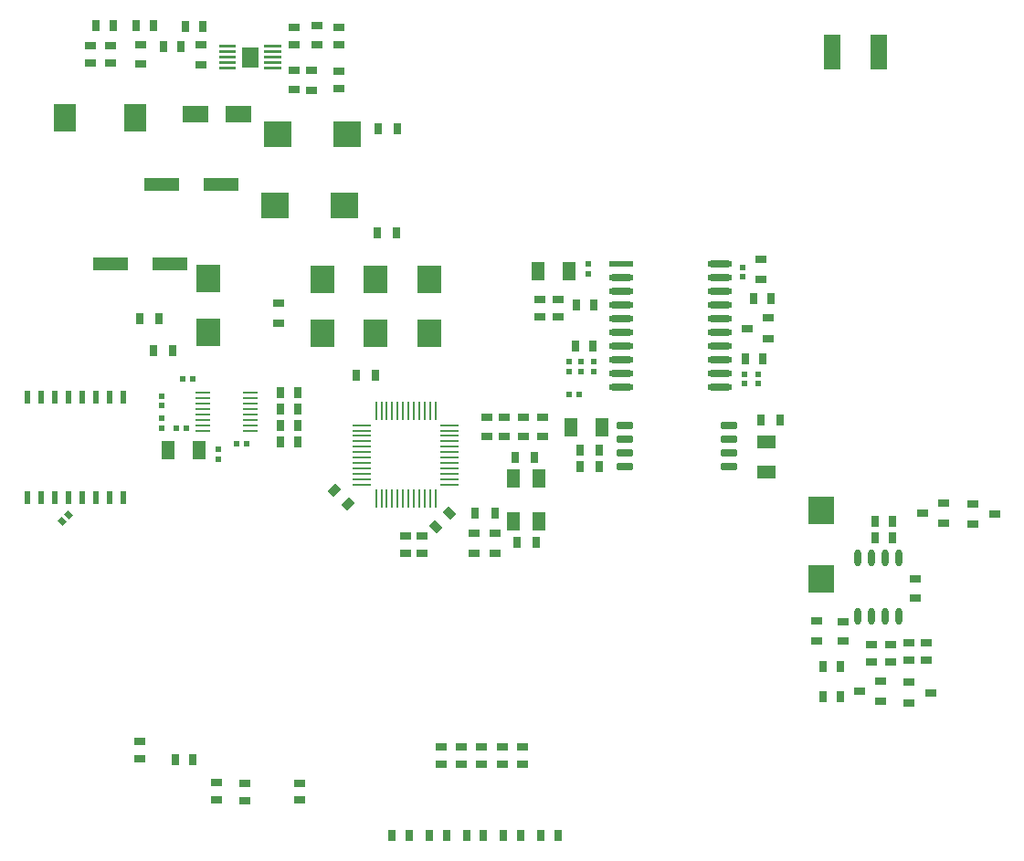
<source format=gtp>
G04*
G04 #@! TF.GenerationSoftware,Altium Limited,Altium Designer,21.0.9 (235)*
G04*
G04 Layer_Color=8421504*
%FSLAX44Y44*%
%MOMM*%
G71*
G04*
G04 #@! TF.SameCoordinates,CF23043F-511F-480C-9200-0DAA82F0B081*
G04*
G04*
G04 #@! TF.FilePolarity,Positive*
G04*
G01*
G75*
%ADD25R,1.0000X0.8000*%
%ADD26R,1.5000X3.2000*%
%ADD27R,2.6000X2.4000*%
%ADD28R,0.8000X1.0000*%
%ADD29R,1.3970X0.2794*%
%ADD30R,0.6000X1.3000*%
G04:AMPARAMS|DCode=31|XSize=0.62mm|YSize=0.5mm|CornerRadius=0mm|HoleSize=0mm|Usage=FLASHONLY|Rotation=135.000|XOffset=0mm|YOffset=0mm|HoleType=Round|Shape=Rectangle|*
%AMROTATEDRECTD31*
4,1,4,0.3960,-0.0424,0.0424,-0.3960,-0.3960,0.0424,-0.0424,0.3960,0.3960,-0.0424,0.0*
%
%ADD31ROTATEDRECTD31*%

G04:AMPARAMS|DCode=32|XSize=1.57mm|YSize=0.6mm|CornerRadius=0.075mm|HoleSize=0mm|Usage=FLASHONLY|Rotation=0.000|XOffset=0mm|YOffset=0mm|HoleType=Round|Shape=RoundedRectangle|*
%AMROUNDEDRECTD32*
21,1,1.5700,0.4500,0,0,0.0*
21,1,1.4200,0.6000,0,0,0.0*
1,1,0.1500,0.7100,-0.2250*
1,1,0.1500,-0.7100,-0.2250*
1,1,0.1500,-0.7100,0.2250*
1,1,0.1500,0.7100,0.2250*
%
%ADD32ROUNDEDRECTD32*%
%ADD33R,2.2000X2.6000*%
%ADD34O,1.8000X0.2500*%
%ADD35O,0.2500X1.8000*%
G04:AMPARAMS|DCode=36|XSize=1mm|YSize=0.8mm|CornerRadius=0mm|HoleSize=0mm|Usage=FLASHONLY|Rotation=315.000|XOffset=0mm|YOffset=0mm|HoleType=Round|Shape=Rectangle|*
%AMROTATEDRECTD36*
4,1,4,-0.6364,0.0707,-0.0707,0.6364,0.6364,-0.0707,0.0707,-0.6364,-0.6364,0.0707,0.0*
%
%ADD36ROTATEDRECTD36*%

%ADD37R,1.2000X1.8000*%
%ADD38R,0.8000X1.1000*%
G04:AMPARAMS|DCode=39|XSize=1mm|YSize=0.8mm|CornerRadius=0mm|HoleSize=0mm|Usage=FLASHONLY|Rotation=225.000|XOffset=0mm|YOffset=0mm|HoleType=Round|Shape=Rectangle|*
%AMROTATEDRECTD39*
4,1,4,0.0707,0.6364,0.6364,0.0707,-0.0707,-0.6364,-0.6364,-0.0707,0.0707,0.6364,0.0*
%
%ADD39ROTATEDRECTD39*%

%ADD40R,0.6200X0.5000*%
%ADD41R,0.5000X0.6200*%
%ADD42R,1.2500X1.7500*%
%ADD43R,3.2000X1.2000*%
%ADD44R,1.0000X0.8000*%
%ADD45R,1.5700X1.8800*%
%ADD46R,2.0000X2.5000*%
%ADD47R,2.4000X1.5500*%
G04:AMPARAMS|DCode=48|XSize=1.55mm|YSize=0.6mm|CornerRadius=0.3mm|HoleSize=0mm|Usage=FLASHONLY|Rotation=270.000|XOffset=0mm|YOffset=0mm|HoleType=Round|Shape=RoundedRectangle|*
%AMROUNDEDRECTD48*
21,1,1.5500,0.0000,0,0,270.0*
21,1,0.9500,0.6000,0,0,270.0*
1,1,0.6000,0.0000,-0.4750*
1,1,0.6000,0.0000,0.4750*
1,1,0.6000,0.0000,0.4750*
1,1,0.6000,0.0000,-0.4750*
%
%ADD48ROUNDEDRECTD48*%
%ADD49R,1.7500X1.2500*%
%ADD50O,2.3000X0.6000*%
%ADD51R,2.3000X0.6000*%
%ADD52R,2.4000X2.6000*%
G36*
X-659558Y-22830D02*
X-644059D01*
Y-25330D01*
X-659558D01*
Y-22830D01*
D02*
G37*
G36*
Y-17830D02*
X-644059D01*
Y-20330D01*
X-659558D01*
Y-17830D01*
D02*
G37*
G36*
Y-7830D02*
X-644059D01*
Y-10330D01*
X-659558D01*
Y-7830D01*
D02*
G37*
G36*
Y-12830D02*
X-644059D01*
Y-15330D01*
X-659558D01*
Y-12830D01*
D02*
G37*
G36*
Y-2830D02*
X-644059D01*
Y-5330D01*
X-659558D01*
Y-2830D01*
D02*
G37*
G36*
X-617558Y-17830D02*
X-602058D01*
Y-20330D01*
X-617558D01*
Y-17830D01*
D02*
G37*
G36*
Y-22830D02*
X-602058D01*
Y-25330D01*
X-617558D01*
Y-22830D01*
D02*
G37*
G36*
Y-12830D02*
X-602058D01*
Y-15330D01*
X-617558D01*
Y-12830D01*
D02*
G37*
G36*
Y-7830D02*
X-602058D01*
Y-10330D01*
X-617558D01*
Y-7830D01*
D02*
G37*
G36*
Y-2830D02*
X-602058D01*
Y-5330D01*
X-617558D01*
Y-2830D01*
D02*
G37*
D25*
X-13970Y-497730D02*
D03*
Y-515730D02*
D03*
X-411480Y-347870D02*
D03*
Y-365870D02*
D03*
X-394970Y-347870D02*
D03*
Y-365870D02*
D03*
X-377190D02*
D03*
Y-347870D02*
D03*
X-361950Y-254380D02*
D03*
Y-238380D02*
D03*
X-359410Y-365870D02*
D03*
Y-347870D02*
D03*
X-422910Y-455820D02*
D03*
Y-473820D02*
D03*
X-403860Y-455820D02*
D03*
Y-473820D02*
D03*
X-345440Y-254380D02*
D03*
Y-238380D02*
D03*
X-486410Y-458090D02*
D03*
Y-474090D02*
D03*
X-471170Y-474090D02*
D03*
Y-458090D02*
D03*
X-778899Y-3115D02*
D03*
Y-19115D02*
D03*
X-760348Y-19209D02*
D03*
Y-3209D02*
D03*
X-731909Y-20289D02*
D03*
Y-2289D02*
D03*
X-676029Y-20845D02*
D03*
Y-2845D02*
D03*
X-590168Y-26339D02*
D03*
Y-44339D02*
D03*
X-589638Y13935D02*
D03*
Y-2065D02*
D03*
X-574040Y-44450D02*
D03*
Y-26450D02*
D03*
X-548258Y-27339D02*
D03*
Y-43339D02*
D03*
X-604520Y-242460D02*
D03*
Y-260460D02*
D03*
X-568578Y15571D02*
D03*
Y-2429D02*
D03*
X-548258Y13301D02*
D03*
Y-2699D02*
D03*
X-434718Y-653670D02*
D03*
Y-669670D02*
D03*
X-415985Y-653670D02*
D03*
Y-669670D02*
D03*
X-397253Y-653670D02*
D03*
Y-669670D02*
D03*
X-661670Y-702360D02*
D03*
Y-686360D02*
D03*
X-453451Y-653670D02*
D03*
Y-669670D02*
D03*
X-378521Y-653670D02*
D03*
Y-669670D02*
D03*
X-635890Y-703415D02*
D03*
Y-687415D02*
D03*
X-585090Y-703035D02*
D03*
Y-687036D02*
D03*
X-3810Y-573150D02*
D03*
Y-557150D02*
D03*
X-20320Y-557150D02*
D03*
Y-573150D02*
D03*
X-105330Y-555057D02*
D03*
Y-537057D02*
D03*
X-81200Y-555717D02*
D03*
Y-537717D02*
D03*
X-36830Y-574800D02*
D03*
Y-558800D02*
D03*
X-54610Y-574800D02*
D03*
Y-558800D02*
D03*
X-732790Y-664590D02*
D03*
Y-648590D02*
D03*
X-157480Y-219820D02*
D03*
Y-201820D02*
D03*
D26*
X-47850Y-8890D02*
D03*
X-90850D02*
D03*
D27*
X-543310Y-151130D02*
D03*
X-607310D02*
D03*
X-604770Y-85090D02*
D03*
X-540770D02*
D03*
D28*
X-720200Y-285750D02*
D03*
X-702200D02*
D03*
X-514570Y-308610D02*
D03*
X-532570D02*
D03*
X-602360Y-325120D02*
D03*
X-586360D02*
D03*
X-602360Y-370840D02*
D03*
X-586360D02*
D03*
X-602360Y-340360D02*
D03*
X-586360D02*
D03*
X-602360Y-355600D02*
D03*
X-586360D02*
D03*
X-384920Y-384810D02*
D03*
X-366920D02*
D03*
X-365540Y-463550D02*
D03*
X-383540D02*
D03*
X-513190Y-176530D02*
D03*
X-495190D02*
D03*
X-164210Y-237490D02*
D03*
X-148210D02*
D03*
X-171830Y-293370D02*
D03*
X-155830D02*
D03*
X-328040Y-243840D02*
D03*
X-312040D02*
D03*
X-329310Y-281940D02*
D03*
X-313310D02*
D03*
X-757428Y15461D02*
D03*
X-773428D02*
D03*
X-714900Y-256540D02*
D03*
X-732900D02*
D03*
X-736099Y14935D02*
D03*
X-720099D02*
D03*
X-710699Y-4115D02*
D03*
X-694699D02*
D03*
X-690379Y14825D02*
D03*
X-674379D02*
D03*
X-511920Y-80010D02*
D03*
X-493920D02*
D03*
X-430275Y-735330D02*
D03*
X-414275D02*
D03*
X-395667D02*
D03*
X-379668D02*
D03*
X-345060D02*
D03*
X-361060D02*
D03*
X-464883D02*
D03*
X-448882D02*
D03*
X-483490D02*
D03*
X-499490D02*
D03*
X-684150Y-665480D02*
D03*
X-700150D02*
D03*
X-99859Y-607060D02*
D03*
X-83859D02*
D03*
X-83440Y-579120D02*
D03*
X-99440D02*
D03*
X-157590Y-350520D02*
D03*
X-139590D02*
D03*
X-307230Y-378460D02*
D03*
X-325230D02*
D03*
X-307230Y-393700D02*
D03*
X-325230D02*
D03*
X-51560Y-459740D02*
D03*
X-35560D02*
D03*
X-35180Y-444500D02*
D03*
X-51180D02*
D03*
D29*
X-674624Y-360413D02*
D03*
Y-355410D02*
D03*
Y-350406D02*
D03*
Y-345402D02*
D03*
Y-340398D02*
D03*
Y-335394D02*
D03*
Y-330391D02*
D03*
Y-325387D02*
D03*
X-630936D02*
D03*
Y-330391D02*
D03*
Y-335394D02*
D03*
Y-340398D02*
D03*
Y-345402D02*
D03*
Y-350406D02*
D03*
Y-355410D02*
D03*
Y-360413D02*
D03*
D30*
X-824230Y-422420D02*
D03*
X-798830Y-329420D02*
D03*
X-836930Y-422420D02*
D03*
X-811530D02*
D03*
X-798830D02*
D03*
X-811530Y-329420D02*
D03*
X-786130D02*
D03*
X-773430D02*
D03*
Y-422420D02*
D03*
X-748030Y-329420D02*
D03*
X-786130Y-422420D02*
D03*
X-760730D02*
D03*
Y-329420D02*
D03*
X-748030Y-422420D02*
D03*
X-824230Y-329420D02*
D03*
X-836930D02*
D03*
D31*
X-805180Y-444500D02*
D03*
X-798816Y-438136D02*
D03*
D32*
X-283200Y-355600D02*
D03*
Y-368300D02*
D03*
Y-381000D02*
D03*
Y-393700D02*
D03*
X-186700D02*
D03*
Y-381000D02*
D03*
Y-368300D02*
D03*
Y-355600D02*
D03*
D33*
X-464820Y-220110D02*
D03*
Y-270110D02*
D03*
X-514350D02*
D03*
Y-220110D02*
D03*
X-563880Y-270110D02*
D03*
Y-220110D02*
D03*
X-669290Y-268840D02*
D03*
Y-218840D02*
D03*
D34*
X-446050Y-410210D02*
D03*
Y-405210D02*
D03*
Y-400210D02*
D03*
Y-395210D02*
D03*
Y-390210D02*
D03*
Y-385210D02*
D03*
Y-380210D02*
D03*
Y-375210D02*
D03*
Y-370210D02*
D03*
Y-365210D02*
D03*
Y-360210D02*
D03*
Y-355210D02*
D03*
X-527050D02*
D03*
Y-360210D02*
D03*
Y-365210D02*
D03*
Y-370210D02*
D03*
Y-375210D02*
D03*
Y-380210D02*
D03*
Y-385210D02*
D03*
Y-390210D02*
D03*
Y-395210D02*
D03*
Y-400210D02*
D03*
Y-405210D02*
D03*
Y-410210D02*
D03*
D35*
X-459050Y-342210D02*
D03*
X-464050D02*
D03*
X-469050D02*
D03*
X-474050D02*
D03*
X-479050D02*
D03*
X-484050D02*
D03*
X-489050D02*
D03*
X-494050D02*
D03*
X-499050D02*
D03*
X-504050D02*
D03*
X-509050D02*
D03*
X-514050D02*
D03*
Y-423210D02*
D03*
X-509050D02*
D03*
X-504050D02*
D03*
X-499050D02*
D03*
X-494050D02*
D03*
X-489050D02*
D03*
X-484050D02*
D03*
X-479050D02*
D03*
X-474050D02*
D03*
X-469050D02*
D03*
X-464050D02*
D03*
X-459050D02*
D03*
D36*
X-445756Y-436866D02*
D03*
X-458484Y-449594D02*
D03*
D37*
X-362650Y-444180D02*
D03*
Y-404180D02*
D03*
X-386650D02*
D03*
Y-444180D02*
D03*
D38*
X-421860Y-436880D02*
D03*
X-403860D02*
D03*
D39*
X-539736Y-428004D02*
D03*
X-552464Y-415276D02*
D03*
D40*
X-660400Y-377770D02*
D03*
Y-386770D02*
D03*
X-712470Y-337240D02*
D03*
Y-328240D02*
D03*
X-712470Y-358140D02*
D03*
Y-349140D02*
D03*
X-312420Y-305490D02*
D03*
Y-296490D02*
D03*
X-323850D02*
D03*
Y-305490D02*
D03*
X-172720Y-307920D02*
D03*
Y-316920D02*
D03*
X-160020D02*
D03*
Y-307920D02*
D03*
X-173990Y-208860D02*
D03*
Y-217860D02*
D03*
X-317500Y-214630D02*
D03*
Y-205630D02*
D03*
X-335280Y-296490D02*
D03*
Y-305490D02*
D03*
D41*
X-643310Y-372110D02*
D03*
X-634310D02*
D03*
X-690190Y-358140D02*
D03*
X-699190D02*
D03*
X-683840Y-312420D02*
D03*
X-692840D02*
D03*
X-334700Y-326390D02*
D03*
X-325700D02*
D03*
D42*
X-706400Y-378460D02*
D03*
X-677900D02*
D03*
X-304520Y-356870D02*
D03*
X-333020D02*
D03*
X-363500Y-212090D02*
D03*
X-335000D02*
D03*
D43*
X-760290Y-205740D02*
D03*
X-705290D02*
D03*
X-712918Y-132190D02*
D03*
X-657918D02*
D03*
D44*
X-150270Y-274930D02*
D03*
Y-255930D02*
D03*
X-170020Y-265430D02*
D03*
X-19910Y-593750D02*
D03*
Y-612750D02*
D03*
X-160Y-603250D02*
D03*
X-46130Y-611480D02*
D03*
Y-592480D02*
D03*
X-65880Y-601980D02*
D03*
X39370Y-428040D02*
D03*
Y-447040D02*
D03*
X59120Y-437540D02*
D03*
X12290Y-446380D02*
D03*
Y-427380D02*
D03*
X-7460Y-436880D02*
D03*
D45*
X-630808Y-14080D02*
D03*
D46*
X-802120Y-69850D02*
D03*
X-737120D02*
D03*
D47*
X-681289Y-66670D02*
D03*
X-641288D02*
D03*
D48*
X-29210Y-532460D02*
D03*
X-41910D02*
D03*
X-54610D02*
D03*
X-67310D02*
D03*
Y-478460D02*
D03*
X-54610D02*
D03*
X-41910D02*
D03*
X-29210D02*
D03*
D49*
X-152400Y-370560D02*
D03*
Y-399060D02*
D03*
D50*
X-195550Y-320040D02*
D03*
X-287050D02*
D03*
X-195550Y-307340D02*
D03*
X-287050D02*
D03*
Y-218440D02*
D03*
Y-231140D02*
D03*
Y-243840D02*
D03*
Y-256540D02*
D03*
Y-269240D02*
D03*
Y-281940D02*
D03*
Y-294640D02*
D03*
X-195550Y-205740D02*
D03*
Y-218440D02*
D03*
Y-231140D02*
D03*
Y-243840D02*
D03*
Y-256540D02*
D03*
Y-269240D02*
D03*
Y-281940D02*
D03*
Y-294640D02*
D03*
D51*
X-287050Y-205740D02*
D03*
D52*
X-101520Y-498047D02*
D03*
Y-434047D02*
D03*
M02*

</source>
